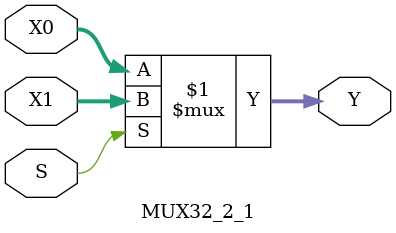
<source format=v>
`timescale 1ns / 1ps
module MUX32_2_1(
    input wire [31:0] X1, // 32
    input wire [31:0] X0, // 32
    input wire S,         // 
    output wire [31:0] Y  // 32
);

    assign Y = S ? X1 : X0;

endmodule
</source>
